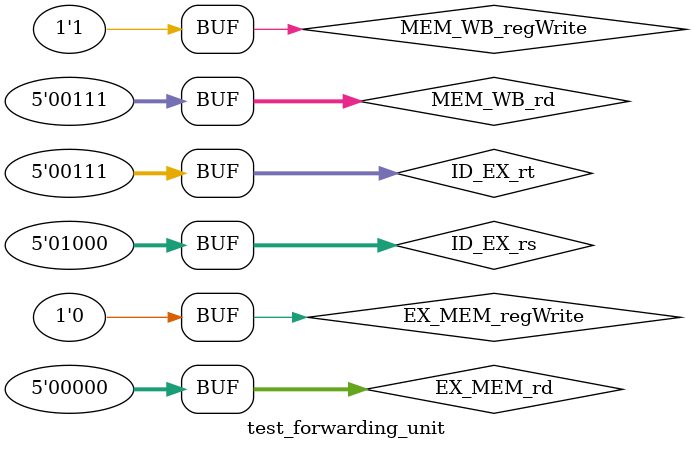
<source format=v>
`timescale 1ns / 1ps

module test_forwarding_unit;
  reg EX_MEM_regWrite;
  reg MEM_WB_regWrite;
  reg [4:0] ID_EX_rt;
  reg [4:0] ID_EX_rs;
  reg [4:0] EX_MEM_rd;
  reg [4:0] MEM_WB_rd;
  wire [1:0] ForwardA;
  wire [1:0] ForwardB;

  forwarding_unit u1 (
      .EX_MEM_regWrite(EX_MEM_regWrite),
      .MEM_WB_regWrite(MEM_WB_regWrite),
      .ID_EX_rt(ID_EX_rt),
      .ID_EX_rs(ID_EX_rs),
      .EX_MEM_rd(EX_MEM_rd),
      .MEM_WB_rd(MEM_WB_rd),
      .ForwardA(ForwardA),
      .ForwardB(ForwardB)
  );

  initial begin
    EX_MEM_regWrite = 0;
    MEM_WB_regWrite = 0;
    ID_EX_rt = 5'd0;
    ID_EX_rs = 5'd0;
    EX_MEM_rd = 5'd0;
    MEM_WB_rd = 5'd0;
    #10;
    EX_MEM_regWrite = 1;
    MEM_WB_regWrite = 0;
    ID_EX_rt = 5'd10;
    ID_EX_rs = 5'd10;
    EX_MEM_rd = 5'd10;
    MEM_WB_rd = 5'd0;
    #10;
    EX_MEM_regWrite = 0;
    MEM_WB_regWrite = 1;
    ID_EX_rt = 5'd20;
    ID_EX_rs = 5'd20;
    EX_MEM_rd = 5'd0;
    MEM_WB_rd = 5'd20;
    #10;
    EX_MEM_regWrite = 1;
    MEM_WB_regWrite = 1;
    ID_EX_rt = 5'd15;
    ID_EX_rs = 5'd15;
    EX_MEM_rd = 5'd15;
    MEM_WB_rd = 5'd15;
    #10;
    EX_MEM_regWrite = 1;
    MEM_WB_regWrite = 1;
    ID_EX_rt = 5'd1;
    ID_EX_rs = 5'd2;
    EX_MEM_rd = 5'd1;
    MEM_WB_rd = 5'd2;
    #10;
    EX_MEM_regWrite = 1;
    MEM_WB_regWrite = 1;
    ID_EX_rt = 5'd5;
    ID_EX_rs = 5'd6;
    EX_MEM_rd = 5'd5;
    MEM_WB_rd = 5'd6;
    #10;
    EX_MEM_regWrite = 1;
    MEM_WB_regWrite = 0;
    ID_EX_rt = 5'd3;
    ID_EX_rs = 5'd4;
    EX_MEM_rd = 5'd3;
    MEM_WB_rd = 5'd0;
    #10;
    EX_MEM_regWrite = 0;
    MEM_WB_regWrite = 1;
    ID_EX_rt = 5'd7;
    ID_EX_rs = 5'd8;
    EX_MEM_rd = 5'd0;
    MEM_WB_rd = 5'd7;
    #10;
  end
endmodule

</source>
